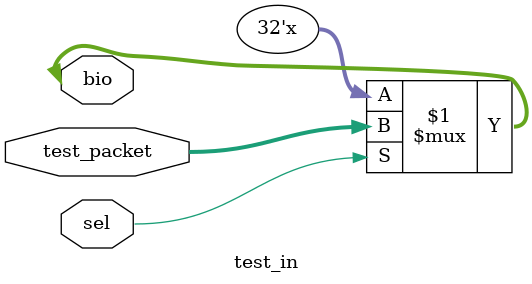
<source format=sv>
`include "router.sv"
module BiNoc_2_2(
  input clk,
  input rst
);

  logic eastreq_HP_LP_00_w,eastreq_LP_HP_00_w,
        westreq_LP_HP_10_e,westreq_HP_LP_10_e;
  
  logic westgnt_HP_LP_00_e,westgnt_LP_HP_00_e,
        eastgnt_LP_HP_10_w,eastgnt_HP_LP_10_w;

  
  
  router n00(
  .clk(clk),
  .rst(rst),
  .west_HP_input_req(1'bz),
  .east_HP_input_req(west_LP_input_req_10),
  .north_HP_input_req(1'bz),
  .south_HP_input_req(1'bz),
  .local_HP_input_req(local_HP_input_req_00),
  
  .west_HP_input_gnt(),
  .east_HP_input_gnt(),
  .north_HP_input_gnt(),
  .south_HP_input_gnt(),
  .local_HP_input_gnt(local_HP_input_gnt_00),
 
 
  .west_LP_input_gnt(),
  .east_LP_input_gnt(),
  .north_LP_input_gnt(),
  .south_LP_input_gnt(),
  .local_LP_input_gnt(local_HP_input_gnt_00),
  
  .west_full_0(),
  .west_full_1(),
  .north_full_0(),
  .north_full_1(),
  .south_full_0(),
  .south_full_1(),
  .local_full_0(),
  .local_full_1(),
  .east_full_0(),
  .east_full_1(),
  
 
  .west_LP_input_req(1'bz),
  .east_LP_input_req(westreq_HP_LP_10_e),
  .north_LP_input_req(1'bz),
  .south_LP_input_req(1'bz),
  .local_LP_input_req(local_LP_input_req_00),
  
  .westPacket_0(),
  .westPacket_1(),
  .eastPacket_0(Packet_00_01_0),
  .eastPacket_1(Packet_00_01_1),
  .northPacket_0(),
  .northPacket_1(),
  .southPacket_0(),
  .southPacket_1(),
  .localPacket_0(),
  .localPacket_1()  
 
);

router n10(
  .clk(clk),
  .rst(rst),
  .west_HP_input_req(east_LP_HP_00_w),
  .east_HP_input_req(1'bz),
  .north_HP_input_req(1'bz),
  .south_HP_input_req(1'bz),
  .local_HP_input_req(local_HP_input_req_10),
  
  .west_HP_input_gnt(east_HP_LP_10_gnt),
  .east_HP_input_gnt(),
  .north_HP_input_gnt(),
  .south_HP_input_gnt(),
  .local_HP_input_gnt(local_HP_input_gnt_10),
 
 
  .west_LP_input_gnt(),
  .east_LP_input_gnt(),
  .north_LP_input_gnt(),
  .south_LP_input_gnt(),
  .local_LP_input_gnt(local_LP_input_gnt_10),
  
  .west_full_0(),
  .west_full_1(),
  .north_full_0(),
  .north_full_1(),
  .south_full_0(),
  .south_full_1(),
  .local_full_0(),
  .local_full_1(),
  .east_full_0(),
  .east_full_1(),
  
 
  .west_LP_input_req(eastreq_HP_LP_00_w),
  .east_LP_input_req(),
  .north_LP_input_req(),
  .south_LP_input_req(),
  .local_LP_input_req(local_LP_input_req_10),
  
  .westPacket_0(Packet_00_01_0),
  .westPacket_1(Packet_00_01_1),
  .eastPacket_0(),
  .eastPacket_1(packet),
  .northPacket_0(),
  .northPacket_1(),
  .southPacket_0(),
  .southPacket_1(),
  .localPacket_0(),
  .localPacket_1()  
 
);

test_in t(
 .test_packet(32'h29),
 .bio(packet),
 .sel(1'b1)
);
endmodule

//-------------test module------------
module test_in(
  input logic [31:0] test_packet,
  inout [31:0] bio,
  input logic sel
);
  
  assign bio = (sel) ? test_packet:32'hzzzz_zzzz;

endmodule
</source>
